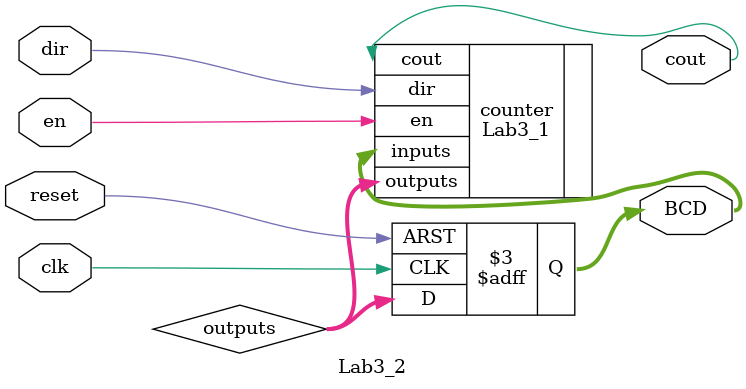
<source format=v>
`timescale 1ns / 1ps
module Lab3_2(cout, BCD, dir, en, reset, clk );
input en, dir, reset, clk;
output reg[3:0] BCD;
output cout;
wire[3:0] outputs;


Lab3_1 counter(.cout(cout), .outputs(outputs),.inputs(BCD),.en(en),.dir(dir));

always@ (posedge clk or negedge reset)
begin
	if(reset==0) BCD=0;
	else BCD=outputs;
end

endmodule


</source>
